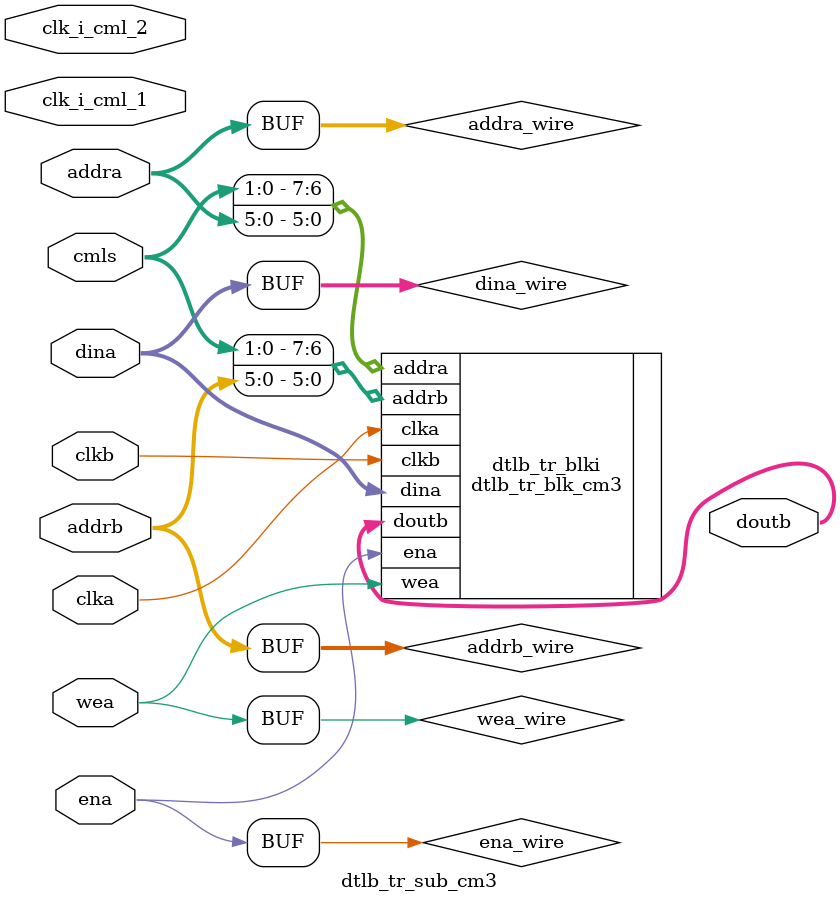
<source format=v>
/*******************************************************************************
*     This file is owned and controlled by Xilinx and must be used             *
*     solely for design, simulation, implementation and creation of            *
*     design files limited to Xilinx devices or technologies. Use              *
*     with non-Xilinx devices or technologies is expressly prohibited          *
*     and immediately terminates your license.                                 *
*                                                                              *
*     XILINX IS PROVIDING THIS DESIGN, CODE, OR INFORMATION "AS IS"            *
*     SOLELY FOR USE IN DEVELOPING PROGRAMS AND SOLUTIONS FOR                  *
*     XILINX DEVICES.  BY PROVIDING THIS DESIGN, CODE, OR INFORMATION          *
*     AS ONE POSSIBLE IMPLEMENTATION OF THIS FEATURE, APPLICATION              *
*     OR STANDARD, XILINX IS MAKING NO REPRESENTATION THAT THIS                *
*     IMPLEMENTATION IS FREE FROM ANY CLAIMS OF INFRINGEMENT,                  *
*     AND YOU ARE RESPONSIBLE FOR OBTAINING ANY RIGHTS YOU MAY REQUIRE         *
*     FOR YOUR IMPLEMENTATION.  XILINX EXPRESSLY DISCLAIMS ANY                 *
*     WARRANTY WHATSOEVER WITH RESPECT TO THE ADEQUACY OF THE                  *
*     IMPLEMENTATION, INCLUDING BUT NOT LIMITED TO ANY WARRANTIES OR           *
*     REPRESENTATIONS THAT THIS IMPLEMENTATION IS FREE FROM CLAIMS OF          *
*     INFRINGEMENT, IMPLIED WARRANTIES OF MERCHANTABILITY AND FITNESS          *
*     FOR A PARTICULAR PURPOSE.                                                *
*                                                                              *
*     Xilinx products are not intended for use in life support                 *
*     appliances, devices, or systems. Use in such applications are            *
*     expressly prohibited.                                                    *
*                                                                              *
*     (c) Copyright 1995-2009 Xilinx, Inc.                                     *
*     All rights reserved.                                                     *
*******************************************************************************/
// The synthesis directives "translate_off/translate_on" specified below are
// supported by Xilinx, Mentor Graphics and Synplicity synthesis
// tools. Ensure they are correct for your synthesis tool(s).

// You must compile the wrapper file dtlb_tr_blk.v when simulating
// the core, dtlb_tr_blk. When compiling the wrapper file, be sure to
// reference the XilinxCoreLib Verilog simulation library. For detailed
// instructions, please refer to the "CORE Generator Help".

`timescale 1ns/1ps

module dtlb_tr_sub_cm3(
		clk_i_cml_1,
		clk_i_cml_2,
		cmls,
		
	clka,
	ena,
	wea,
	addra,
	dina,
	clkb,
	addrb,
	doutb);


input clk_i_cml_1;
input clk_i_cml_2;
input [1:0] cmls;




input clka;
input ena;
input [0 : 0] wea;
input [5 : 0] addra;
input [23 : 0] dina;
input clkb;
input [5 : 0] addrb;
output [23 : 0] doutb;

wire ena_wire;
wire [0 : 0] wea_wire;
wire [5 : 0] addra_wire;
wire [23 : 0] dina_wire;
wire [5 : 0] addrb_wire;

assign ena_wire = ena;
assign wea_wire = wea;
assign addra_wire = addra;
assign dina_wire = dina;
assign addrb_wire = addrb;

dtlb_tr_blk_cm3 dtlb_tr_blki(
	.clka(clka),
	.ena(ena_wire),
	.wea(wea_wire),
	.addra({cmls, addra_wire}),
	.dina(dina_wire),
	.clkb(clkb),
	.addrb({cmls, addrb_wire}),
	.doutb(doutb));

endmodule



</source>
